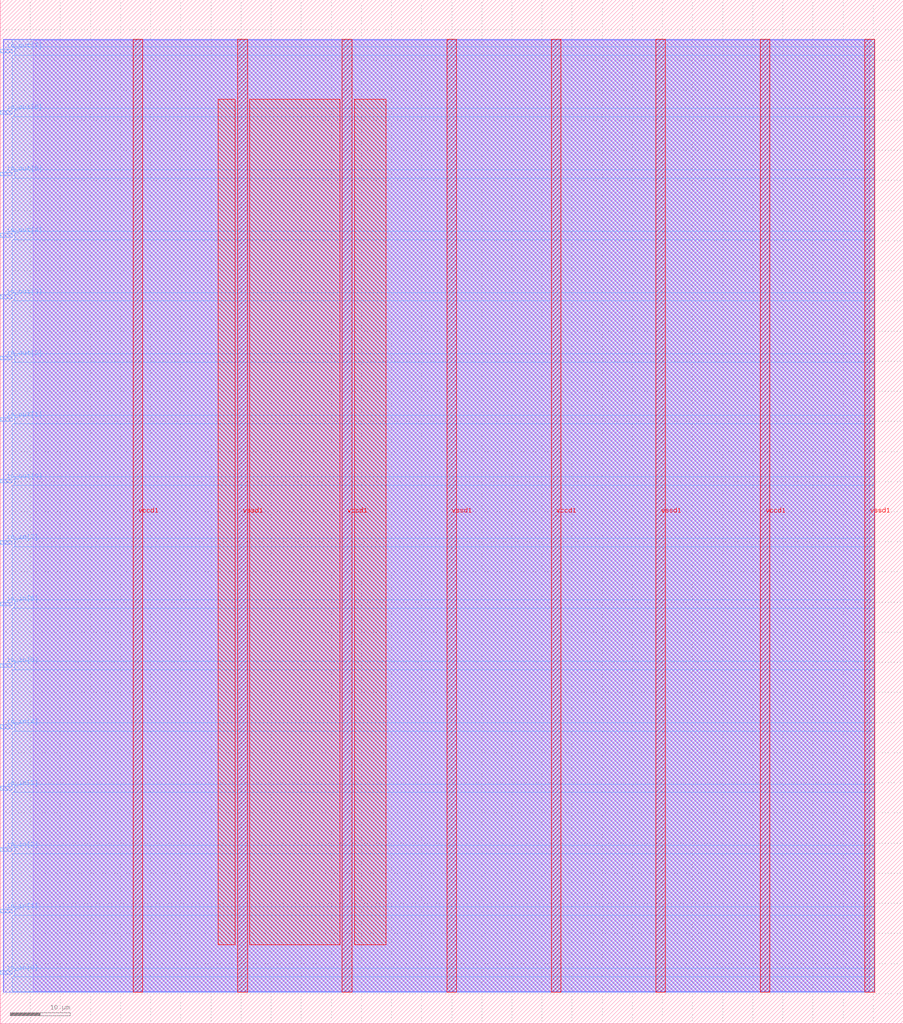
<source format=lef>
VERSION 5.7 ;
  NOWIREEXTENSIONATPIN ON ;
  DIVIDERCHAR "/" ;
  BUSBITCHARS "[]" ;
MACRO thezoq2_yafpga
  CLASS BLOCK ;
  FOREIGN thezoq2_yafpga ;
  ORIGIN 0.000 0.000 ;
  SIZE 150.000 BY 170.000 ;
  PIN io_in[0]
    DIRECTION INPUT ;
    USE SIGNAL ;
    PORT
      LAYER met3 ;
        RECT 0.000 8.200 2.000 8.800 ;
    END
  END io_in[0]
  PIN io_in[1]
    DIRECTION INPUT ;
    USE SIGNAL ;
    PORT
      LAYER met3 ;
        RECT 0.000 18.400 2.000 19.000 ;
    END
  END io_in[1]
  PIN io_in[2]
    DIRECTION INPUT ;
    USE SIGNAL ;
    PORT
      LAYER met3 ;
        RECT 0.000 28.600 2.000 29.200 ;
    END
  END io_in[2]
  PIN io_in[3]
    DIRECTION INPUT ;
    USE SIGNAL ;
    PORT
      LAYER met3 ;
        RECT 0.000 38.800 2.000 39.400 ;
    END
  END io_in[3]
  PIN io_in[4]
    DIRECTION INPUT ;
    USE SIGNAL ;
    PORT
      LAYER met3 ;
        RECT 0.000 49.000 2.000 49.600 ;
    END
  END io_in[4]
  PIN io_in[5]
    DIRECTION INPUT ;
    USE SIGNAL ;
    PORT
      LAYER met3 ;
        RECT 0.000 59.200 2.000 59.800 ;
    END
  END io_in[5]
  PIN io_in[6]
    DIRECTION INPUT ;
    USE SIGNAL ;
    PORT
      LAYER met3 ;
        RECT 0.000 69.400 2.000 70.000 ;
    END
  END io_in[6]
  PIN io_in[7]
    DIRECTION INPUT ;
    USE SIGNAL ;
    PORT
      LAYER met3 ;
        RECT 0.000 79.600 2.000 80.200 ;
    END
  END io_in[7]
  PIN io_out[0]
    DIRECTION OUTPUT TRISTATE ;
    USE SIGNAL ;
    PORT
      LAYER met3 ;
        RECT 0.000 89.800 2.000 90.400 ;
    END
  END io_out[0]
  PIN io_out[1]
    DIRECTION OUTPUT TRISTATE ;
    USE SIGNAL ;
    PORT
      LAYER met3 ;
        RECT 0.000 100.000 2.000 100.600 ;
    END
  END io_out[1]
  PIN io_out[2]
    DIRECTION OUTPUT TRISTATE ;
    USE SIGNAL ;
    PORT
      LAYER met3 ;
        RECT 0.000 110.200 2.000 110.800 ;
    END
  END io_out[2]
  PIN io_out[3]
    DIRECTION OUTPUT TRISTATE ;
    USE SIGNAL ;
    PORT
      LAYER met3 ;
        RECT 0.000 120.400 2.000 121.000 ;
    END
  END io_out[3]
  PIN io_out[4]
    DIRECTION OUTPUT TRISTATE ;
    USE SIGNAL ;
    PORT
      LAYER met3 ;
        RECT 0.000 130.600 2.000 131.200 ;
    END
  END io_out[4]
  PIN io_out[5]
    DIRECTION OUTPUT TRISTATE ;
    USE SIGNAL ;
    PORT
      LAYER met3 ;
        RECT 0.000 140.800 2.000 141.400 ;
    END
  END io_out[5]
  PIN io_out[6]
    DIRECTION OUTPUT TRISTATE ;
    USE SIGNAL ;
    PORT
      LAYER met3 ;
        RECT 0.000 151.000 2.000 151.600 ;
    END
  END io_out[6]
  PIN io_out[7]
    DIRECTION OUTPUT TRISTATE ;
    USE SIGNAL ;
    PORT
      LAYER met3 ;
        RECT 0.000 161.200 2.000 161.800 ;
    END
  END io_out[7]
  PIN vccd1
    DIRECTION INOUT ;
    USE POWER ;
    PORT
      LAYER met4 ;
        RECT 22.085 5.200 23.685 163.440 ;
    END
    PORT
      LAYER met4 ;
        RECT 56.815 5.200 58.415 163.440 ;
    END
    PORT
      LAYER met4 ;
        RECT 91.545 5.200 93.145 163.440 ;
    END
    PORT
      LAYER met4 ;
        RECT 126.275 5.200 127.875 163.440 ;
    END
  END vccd1
  PIN vssd1
    DIRECTION INOUT ;
    USE GROUND ;
    PORT
      LAYER met4 ;
        RECT 39.450 5.200 41.050 163.440 ;
    END
    PORT
      LAYER met4 ;
        RECT 74.180 5.200 75.780 163.440 ;
    END
    PORT
      LAYER met4 ;
        RECT 108.910 5.200 110.510 163.440 ;
    END
    PORT
      LAYER met4 ;
        RECT 143.640 5.200 145.240 163.440 ;
    END
  END vssd1
  OBS
      LAYER li1 ;
        RECT 5.520 5.355 144.440 163.285 ;
      LAYER met1 ;
        RECT 0.530 5.200 145.240 163.440 ;
      LAYER met2 ;
        RECT 0.560 5.255 145.210 163.385 ;
      LAYER met3 ;
        RECT 2.000 162.200 145.230 163.365 ;
        RECT 2.400 160.800 145.230 162.200 ;
        RECT 2.000 152.000 145.230 160.800 ;
        RECT 2.400 150.600 145.230 152.000 ;
        RECT 2.000 141.800 145.230 150.600 ;
        RECT 2.400 140.400 145.230 141.800 ;
        RECT 2.000 131.600 145.230 140.400 ;
        RECT 2.400 130.200 145.230 131.600 ;
        RECT 2.000 121.400 145.230 130.200 ;
        RECT 2.400 120.000 145.230 121.400 ;
        RECT 2.000 111.200 145.230 120.000 ;
        RECT 2.400 109.800 145.230 111.200 ;
        RECT 2.000 101.000 145.230 109.800 ;
        RECT 2.400 99.600 145.230 101.000 ;
        RECT 2.000 90.800 145.230 99.600 ;
        RECT 2.400 89.400 145.230 90.800 ;
        RECT 2.000 80.600 145.230 89.400 ;
        RECT 2.400 79.200 145.230 80.600 ;
        RECT 2.000 70.400 145.230 79.200 ;
        RECT 2.400 69.000 145.230 70.400 ;
        RECT 2.000 60.200 145.230 69.000 ;
        RECT 2.400 58.800 145.230 60.200 ;
        RECT 2.000 50.000 145.230 58.800 ;
        RECT 2.400 48.600 145.230 50.000 ;
        RECT 2.000 39.800 145.230 48.600 ;
        RECT 2.400 38.400 145.230 39.800 ;
        RECT 2.000 29.600 145.230 38.400 ;
        RECT 2.400 28.200 145.230 29.600 ;
        RECT 2.000 19.400 145.230 28.200 ;
        RECT 2.400 18.000 145.230 19.400 ;
        RECT 2.000 9.200 145.230 18.000 ;
        RECT 2.400 7.800 145.230 9.200 ;
        RECT 2.000 5.275 145.230 7.800 ;
      LAYER met4 ;
        RECT 36.175 13.095 39.050 153.505 ;
        RECT 41.450 13.095 56.415 153.505 ;
        RECT 58.815 13.095 64.105 153.505 ;
  END
END thezoq2_yafpga
END LIBRARY


</source>
